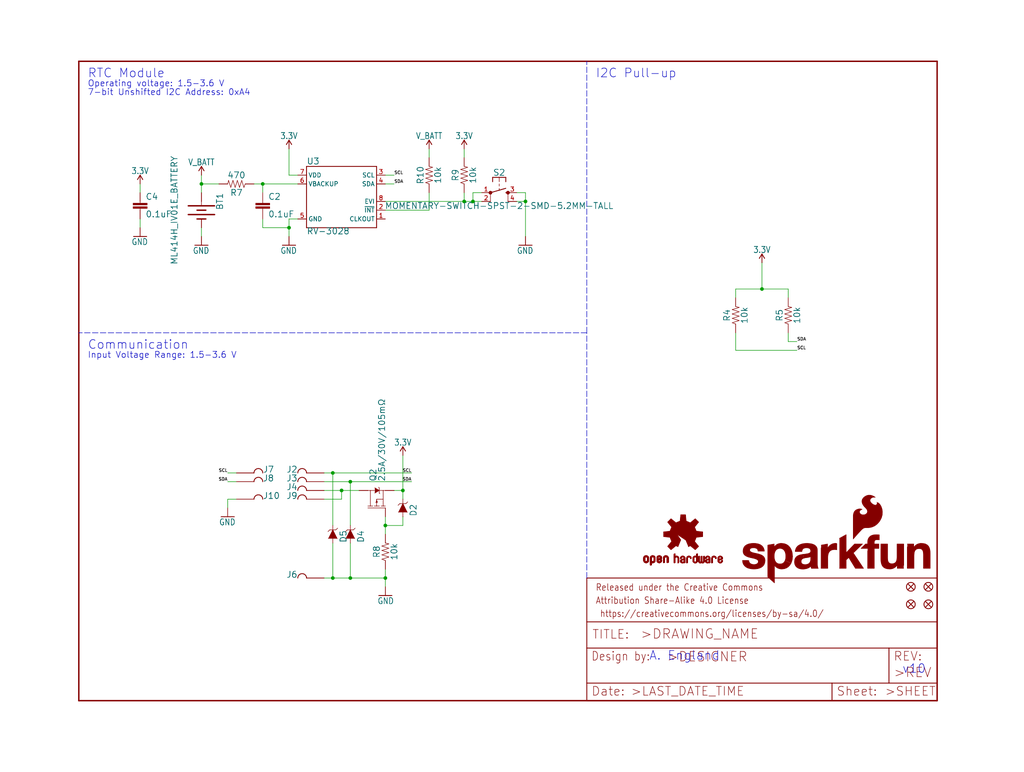
<source format=kicad_sch>
(kicad_sch (version 20211123) (generator eeschema)
  (paper "User" 297.002 223.926)
  (lib_symbols
    (symbol "eagleSchem-eagle-import:0.1UF-0603-25V-(+80{slash}-20%)"
      (property "Reference" "C" (at 1.524 2.921 0))
      (property "Value" "0.1UF-0603-25V-(+80{slash}-20%)" (at 1.524 -2.159 0))
      (symbol "0.1UF-0603-25V-(+80{slash}-20%)_1_0"
        (pin passive line (at 0 5.08 270) (length 2.54) (name "1") (number "1"))
        (pin passive line (at 0 -2.54 90) (length 2.54) (name "2") (number "2"))
      )
    )
    (symbol "eagleSchem-eagle-import:10KOHM-0603-1{slash}10W-1%"
      (property "Reference" "R" (at 0 1.524 0))
      (property "Value" "10KOHM-0603-1{slash}10W-1%" (at 0 -1.524 0))
      (symbol "10KOHM-0603-1{slash}10W-1%_1_0"
        (pin passive line (at -5.08 0 0) (length 2.54) (name "1") (number "1"))
        (pin passive line (at 5.08 0 180) (length 2.54) (name "2") (number "2"))
      )
    )
    (symbol "eagleSchem-eagle-import:3.3V" (power)
      (property "Value" "3.3V" (at 0 2.794 0))
      (symbol "3.3V_1_0"
        (pin power_in line (at 0 0 90) (length 2.54) (name "3.3V") (number "1"))
      )
    )
    (symbol "eagleSchem-eagle-import:470OHM-0603-1{slash}10W-1%"
      (property "Reference" "R" (at 0 1.524 0))
      (property "Value" "470OHM-0603-1{slash}10W-1%" (at 0 -1.524 0))
      (symbol "470OHM-0603-1{slash}10W-1%_1_0"
        (pin passive line (at -5.08 0 0) (length 2.54) (name "1") (number "1"))
        (pin passive line (at 5.08 0 180) (length 2.54) (name "2") (number "2"))
      )
    )
    (symbol "eagleSchem-eagle-import:DIODE-ZENER-BZT52C3V6S"
      (property "Reference" "D" (at -2.54 2.032 0))
      (property "Value" "DIODE-ZENER-BZT52C3V6S" (at -2.54 -2.032 0))
      (symbol "DIODE-ZENER-BZT52C3V6S_1_0"
        (pin passive line (at -2.54 0 0) (length 0) (name "A") (number "A"))
        (pin passive line (at 2.54 0 180) (length 0) (name "C") (number "C"))
      )
    )
    (symbol "eagleSchem-eagle-import:FIDUCIALUFIDUCIAL")
    (symbol "eagleSchem-eagle-import:FRAME-LETTER"
      (symbol "FRAME-LETTER_2_0"
        (text " https://creativecommons.org/licenses/by-sa/4.0/" (at 2.54 24.13 0) (effects (font (size 1.9304 1.6408)) (justify left bottom)))
        (text ">DESIGNER" (at 23.114 11.176 0) (effects (font (size 2.7432 2.7432)) (justify left bottom)))
        (text ">DRAWING_NAME" (at 15.494 17.78 0) (effects (font (size 2.7432 2.7432)) (justify left bottom)))
        (text ">LAST_DATE_TIME" (at 12.7 1.27 0) (effects (font (size 2.54 2.54)) (justify left bottom)))
        (text ">REV" (at 88.9 6.604 0) (effects (font (size 2.7432 2.7432)) (justify left bottom)))
        (text ">SHEET" (at 86.36 1.27 0) (effects (font (size 2.54 2.54)) (justify left bottom)))
        (text "Attribution Share-Alike 4.0 License" (at 2.54 27.94 0) (effects (font (size 1.9304 1.6408)) (justify left bottom)))
        (text "Date:" (at 1.27 1.27 0) (effects (font (size 2.54 2.54)) (justify left bottom)))
        (text "Design by:" (at 1.27 11.43 0) (effects (font (size 2.54 2.159)) (justify left bottom)))
        (text "Released under the Creative Commons" (at 2.54 31.75 0) (effects (font (size 1.9304 1.6408)) (justify left bottom)))
        (text "REV:" (at 88.9 11.43 0) (effects (font (size 2.54 2.54)) (justify left bottom)))
        (text "Sheet:" (at 72.39 1.27 0) (effects (font (size 2.54 2.54)) (justify left bottom)))
        (text "TITLE:" (at 1.524 17.78 0) (effects (font (size 2.54 2.54)) (justify left bottom)))
      )
    )
    (symbol "eagleSchem-eagle-import:GATORGATOR_MINI"
      (property "Reference" "J" (at 0 2.54 0))
      (property "Value" "GATORGATOR_MINI" (at -2.54 -5.08 0))
      (symbol "GATORGATOR_MINI_1_0"
        (pin bidirectional line (at -2.54 0 0) (length 5.08) (name "P$1") (number "P$2"))
      )
    )
    (symbol "eagleSchem-eagle-import:GND" (power)
      (property "Value" "GND" (at -2.54 -2.54 0))
      (symbol "GND_1_0"
        (pin power_in line (at 0 2.54 270) (length 2.54) (name "GND") (number "1"))
      )
    )
    (symbol "eagleSchem-eagle-import:ML414H_IV01E_BATTERY"
      (property "Reference" "BT" (at 0 4.318 0))
      (property "Value" "ML414H_IV01E_BATTERY" (at 0 -4.318 0))
      (symbol "ML414H_IV01E_BATTERY_1_0"
        (pin power_in line (at -5.08 0 0) (length 2.54) (name "+") (number "+"))
        (pin power_in line (at 5.08 0 180) (length 2.54) (name "-") (number "-"))
      )
    )
    (symbol "eagleSchem-eagle-import:MOMENTARY-SWITCH-SPST-2-SMD-5.2MM-TALL"
      (property "Reference" "S" (at 0 4.826 0))
      (property "Value" "MOMENTARY-SWITCH-SPST-2-SMD-5.2MM-TALL" (at 0 -2.794 0))
      (symbol "MOMENTARY-SWITCH-SPST-2-SMD-5.2MM-TALL_1_0"
        (pin passive line (at -5.08 0 0) (length 2.54) (name "1") (number "1"))
        (pin passive line (at -5.08 -2.54 0) (length 2.54) (name "2") (number "2"))
        (pin passive line (at 5.08 0 180) (length 2.54) (name "3") (number "3"))
        (pin passive line (at 5.08 -2.54 180) (length 2.54) (name "4") (number "4"))
      )
    )
    (symbol "eagleSchem-eagle-import:MOSFET_PCH-DMG2307L"
      (property "Reference" "Q" (at 5.08 0 0))
      (property "Value" "MOSFET_PCH-DMG2307L" (at 5.08 -2.54 0))
      (symbol "MOSFET_PCH-DMG2307L_1_0"
        (pin bidirectional line (at -5.08 -2.54 0) (length 2.54) (name "G") (number "1"))
        (pin bidirectional line (at 2.54 -5.08 90) (length 2.54) (name "S") (number "2"))
        (pin bidirectional line (at 2.54 5.08 270) (length 2.54) (name "D") (number "3"))
      )
    )
    (symbol "eagleSchem-eagle-import:OSHW-LOGOMINI")
    (symbol "eagleSchem-eagle-import:RV-3028"
      (property "Reference" "U" (at -10.16 10.6426 0))
      (property "Value" "RV-3028" (at -10.16 -9.6266 0))
      (symbol "RV-3028_1_0"
        (pin bidirectional line (at 12.7 -5.08 180) (length 2.54) (name "CLKOUT") (number "1"))
        (pin bidirectional line (at 12.7 -2.54 180) (length 2.54) (name "~{INT}") (number "2"))
        (pin bidirectional line (at 12.7 7.62 180) (length 2.54) (name "SCL") (number "3"))
        (pin bidirectional line (at 12.7 5.08 180) (length 2.54) (name "SDA") (number "4"))
        (pin bidirectional line (at -12.7 -5.08 0) (length 2.54) (name "GND") (number "5"))
        (pin bidirectional line (at -12.7 5.08 0) (length 2.54) (name "VBACKUP") (number "6"))
        (pin bidirectional line (at -12.7 7.62 0) (length 2.54) (name "VDD") (number "7"))
        (pin bidirectional line (at 12.7 0 180) (length 2.54) (name "EVI") (number "8"))
      )
    )
    (symbol "eagleSchem-eagle-import:SFE_LOGO_NAME_FLAME.1_INCH")
    (symbol "eagleSchem-eagle-import:V_BATT" (power)
      (property "Value" "V_BATT" (at 0 2.794 0))
      (symbol "V_BATT_1_0"
        (pin power_in line (at 0 0 90) (length 2.54) (name "V_BATT") (number "1"))
      )
    )
  )
  (junction (at 99.06 142.24))
  (junction (at 134.62 58.42))
  (junction (at 111.76 167.64))
  (junction (at 83.82 66.04))
  (junction (at 101.6 167.64))
  (junction (at 101.6 139.7))
  (junction (at 116.84 142.24))
  (junction (at 58.42 53.34))
  (junction (at 76.2 53.34))
  (junction (at 152.4 58.42))
  (junction (at 137.16 58.42))
  (junction (at 220.98 83.82))
  (junction (at 111.76 152.4))
  (junction (at 96.52 137.16))
  (junction (at 96.52 167.64))
  (wire (pts (xy 213.36 86.36) (xy 213.36 83.82)))
  (wire (pts (xy 83.82 66.04) (xy 76.2 66.04)))
  (wire (pts (xy 111.76 167.64) (xy 111.76 165.1)))
  (wire (pts (xy 101.6 167.64) (xy 111.76 167.64)))
  (wire (pts (xy 114.3 142.24) (xy 116.84 142.24)))
  (wire (pts (xy 213.36 101.6) (xy 213.36 96.52)))
  (wire (pts (xy 149.86 58.42) (xy 152.4 58.42)))
  (wire (pts (xy 116.84 149.86) (xy 116.84 152.4)))
  (wire (pts (xy 96.52 137.16) (xy 119.38 137.16)))
  (wire (pts (xy 76.2 63.5) (xy 76.2 66.04)))
  (wire (pts (xy 111.76 167.64) (xy 111.76 170.18)))
  (wire (pts (xy 96.52 137.16) (xy 96.52 152.4)))
  (wire (pts (xy 111.76 53.34) (xy 114.3 53.34)))
  (wire (pts (xy 83.82 43.18) (xy 83.82 50.8)))
  (wire (pts (xy 99.06 144.78) (xy 99.06 142.24)))
  (wire (pts (xy 116.84 132.08) (xy 116.84 142.24)))
  (wire (pts (xy 228.6 86.36) (xy 228.6 83.82)))
  (wire (pts (xy 96.52 157.48) (xy 96.52 167.64)))
  (wire (pts (xy 68.58 144.78) (xy 66.04 144.78)))
  (wire (pts (xy 220.98 83.82) (xy 228.6 83.82)))
  (wire (pts (xy 101.6 139.7) (xy 101.6 152.4)))
  (wire (pts (xy 111.76 60.96) (xy 124.46 60.96)))
  (wire (pts (xy 152.4 58.42) (xy 152.4 68.58)))
  (wire (pts (xy 99.06 142.24) (xy 104.14 142.24)))
  (wire (pts (xy 58.42 55.88) (xy 58.42 53.34)))
  (wire (pts (xy 124.46 43.18) (xy 124.46 45.72)))
  (wire (pts (xy 40.64 53.34) (xy 40.64 55.88)))
  (wire (pts (xy 228.6 99.06) (xy 231.14 99.06)))
  (wire (pts (xy 101.6 157.48) (xy 101.6 167.64)))
  (wire (pts (xy 83.82 66.04) (xy 83.82 68.58)))
  (wire (pts (xy 93.98 137.16) (xy 96.52 137.16)))
  (polyline (pts (xy 170.18 96.52) (xy 22.86 96.52)))
  (wire (pts (xy 93.98 142.24) (xy 99.06 142.24)))
  (wire (pts (xy 139.7 55.88) (xy 137.16 55.88)))
  (wire (pts (xy 137.16 55.88) (xy 137.16 58.42)))
  (wire (pts (xy 58.42 50.8) (xy 58.42 53.34)))
  (wire (pts (xy 76.2 53.34) (xy 73.66 53.34)))
  (wire (pts (xy 93.98 139.7) (xy 101.6 139.7)))
  (wire (pts (xy 101.6 139.7) (xy 119.38 139.7)))
  (wire (pts (xy 58.42 53.34) (xy 63.5 53.34)))
  (wire (pts (xy 68.58 137.16) (xy 66.04 137.16)))
  (wire (pts (xy 76.2 53.34) (xy 76.2 55.88)))
  (wire (pts (xy 58.42 66.04) (xy 58.42 68.58)))
  (wire (pts (xy 134.62 43.18) (xy 134.62 45.72)))
  (wire (pts (xy 68.58 139.7) (xy 66.04 139.7)))
  (wire (pts (xy 83.82 50.8) (xy 86.36 50.8)))
  (wire (pts (xy 134.62 58.42) (xy 111.76 58.42)))
  (wire (pts (xy 111.76 152.4) (xy 111.76 154.94)))
  (wire (pts (xy 86.36 63.5) (xy 83.82 63.5)))
  (wire (pts (xy 83.82 63.5) (xy 83.82 66.04)))
  (wire (pts (xy 152.4 55.88) (xy 152.4 58.42)))
  (wire (pts (xy 111.76 50.8) (xy 114.3 50.8)))
  (wire (pts (xy 66.04 144.78) (xy 66.04 147.32)))
  (wire (pts (xy 93.98 167.64) (xy 96.52 167.64)))
  (wire (pts (xy 116.84 152.4) (xy 111.76 152.4)))
  (wire (pts (xy 220.98 76.2) (xy 220.98 83.82)))
  (wire (pts (xy 213.36 101.6) (xy 231.14 101.6)))
  (wire (pts (xy 139.7 58.42) (xy 137.16 58.42)))
  (wire (pts (xy 134.62 55.88) (xy 134.62 58.42)))
  (wire (pts (xy 228.6 99.06) (xy 228.6 96.52)))
  (polyline (pts (xy 170.18 167.64) (xy 170.18 96.52)))
  (wire (pts (xy 213.36 83.82) (xy 220.98 83.82)))
  (polyline (pts (xy 170.18 96.52) (xy 170.18 17.78)))
  (wire (pts (xy 124.46 60.96) (xy 124.46 55.88)))
  (wire (pts (xy 93.98 144.78) (xy 99.06 144.78)))
  (wire (pts (xy 137.16 58.42) (xy 134.62 58.42)))
  (wire (pts (xy 86.36 53.34) (xy 76.2 53.34)))
  (wire (pts (xy 96.52 167.64) (xy 101.6 167.64)))
  (wire (pts (xy 40.64 63.5) (xy 40.64 66.04)))
  (wire (pts (xy 116.84 142.24) (xy 116.84 144.78)))
  (wire (pts (xy 111.76 152.4) (xy 111.76 149.86)))
  (wire (pts (xy 149.86 55.88) (xy 152.4 55.88)))
  (text "Input Voltage Range: 1.5-3.6 V" (at 25.4 104.14 180) (effects (font (size 1.778 1.778)) (justify left bottom)))
  (text "7-bit Unshifted I2C Address: 0xA4" (at 25.4 27.94 180) (effects (font (size 1.778 1.778)) (justify left bottom)))
  (text "A. England" (at 188.214 191.77 180) (effects (font (size 2.54 2.54)) (justify left bottom)))
  (text "Communication" (at 25.4 101.6 180) (effects (font (size 2.54 2.54)) (justify left bottom)))
  (text "Operating voltage: 1.5-3.6 V" (at 25.4 25.4 180) (effects (font (size 1.778 1.778)) (justify left bottom)))
  (text "I2C Pull-up" (at 172.72 22.86 180) (effects (font (size 2.54 2.54)) (justify left bottom)))
  (text "v10" (at 261.62 195.58 180) (effects (font (size 2.54 2.54)) (justify left bottom)))
  (text "RTC Module" (at 25.4 22.86 180) (effects (font (size 2.54 2.54)) (justify left bottom)))
  (label "SCL" (at 119.38 137.16 180) (effects (font (size 0.889 0.889))))
  (label "SCL" (at 66.04 137.16 180) (effects (font (size 0.889 0.889))))
  (label "SCL" (at 114.3 50.8 0) (effects (font (size 0.889 0.889))))
  (label "SDA" (at 231.14 99.06 0) (effects (font (size 0.889 0.889))))
  (label "SDA" (at 114.3 53.34 0) (effects (font (size 0.889 0.889))))
  (label "SDA" (at 119.38 139.7 180) (effects (font (size 0.889 0.889))))
  (label "SCL" (at 231.14 101.6 0) (effects (font (size 0.889 0.889))))
  (label "SDA" (at 66.04 139.7 180) (effects (font (size 0.889 0.889))))
  (symbol (lib_id "eagleSchem-eagle-import:GND") (at 58.42 71.12 0) (unit 1)
    (property "Reference" "#GND16" (effects hide))
    (property "Value" "GND" (at 55.88 73.66 0) (effects (font (size 1.778 1.5113)) (justify left bottom)))
    (property "Footprint" "eagleSchem:" (effects hide))
  )
  (symbol (lib_id "eagleSchem-eagle-import:DIODE-ZENER-BZT52C3V6S") (at 101.6 154.94 270) (mirror x) (unit 1)
    (property "Reference" "D4" (at 103.632 157.48 0) (effects (font (size 1.778 1.778)) (justify left bottom)))
    (property "Value" "3.6V" (effects hide))
    (property "Footprint" "eagleSchem:SOD-323" (effects hide))
  )
  (symbol (lib_id "eagleSchem-eagle-import:V_BATT") (at 124.46 43.18 0) (unit 1)
    (property "Reference" "#SUPPLY5" (effects hide))
    (property "Value" "V_BATT" (at 124.46 40.386 0) (effects (font (size 1.778 1.5113)) (justify bottom)))
    (property "Footprint" "eagleSchem:" (effects hide))
  )
  (symbol (lib_id "eagleSchem-eagle-import:GATORGATOR_MINI") (at 91.44 167.64 0) (mirror y) (unit 1)
    (property "Reference" "J6" (at 86.36 167.64 0) (effects (font (size 1.778 1.778)) (justify left bottom)))
    (property "Value" "GATORGATOR_MINI" (effects hide))
    (property "Footprint" "eagleSchem:GATOR_MINI" (effects hide))
  )
  (symbol (lib_id "eagleSchem-eagle-import:GATORGATOR_MINI") (at 71.12 137.16 0) (unit 1)
    (property "Reference" "J7" (at 76.2 137.16 0) (effects (font (size 1.778 1.778)) (justify left bottom)))
    (property "Value" "GATORGATOR_MINI" (effects hide))
    (property "Footprint" "eagleSchem:GATOR_MINI" (effects hide))
  )
  (symbol (lib_id "eagleSchem-eagle-import:SFE_LOGO_NAME_FLAME.1_INCH") (at 214.63 169.418 0) (unit 1)
    (property "Reference" "LOGO4" (effects hide))
    (property "Value" "SFE_LOGO_NAME_FLAME.1_INCH" (effects hide))
    (property "Footprint" "eagleSchem:SFE_LOGO_NAME_FLAME_.1" (effects hide))
  )
  (symbol (lib_id "eagleSchem-eagle-import:10KOHM-0603-1{slash}10W-1%") (at 111.76 160.02 90) (unit 1)
    (property "Reference" "R8" (at 110.236 160.02 0) (effects (font (size 1.778 1.778)) (justify bottom)))
    (property "Value" "10k" (at 113.284 160.02 0) (effects (font (size 1.778 1.778)) (justify top)))
    (property "Footprint" "eagleSchem:0603" (effects hide))
  )
  (symbol (lib_id "eagleSchem-eagle-import:3.3V") (at 83.82 43.18 0) (unit 1)
    (property "Reference" "#SUPPLY8" (effects hide))
    (property "Value" "3.3V" (at 83.82 40.386 0) (effects (font (size 1.778 1.5113)) (justify bottom)))
    (property "Footprint" "eagleSchem:" (effects hide))
  )
  (symbol (lib_id "eagleSchem-eagle-import:GATORGATOR_MINI") (at 91.44 144.78 0) (mirror y) (unit 1)
    (property "Reference" "J9" (at 86.36 144.78 0) (effects (font (size 1.778 1.778)) (justify left bottom)))
    (property "Value" "GATORGATOR_MINI" (effects hide))
    (property "Footprint" "eagleSchem:GATOR_MINI" (effects hide))
  )
  (symbol (lib_id "eagleSchem-eagle-import:3.3V") (at 40.64 53.34 0) (unit 1)
    (property "Reference" "#SUPPLY7" (effects hide))
    (property "Value" "3.3V" (at 40.64 50.546 0) (effects (font (size 1.778 1.5113)) (justify bottom)))
    (property "Footprint" "eagleSchem:" (effects hide))
  )
  (symbol (lib_id "eagleSchem-eagle-import:DIODE-ZENER-BZT52C3V6S") (at 116.84 147.32 270) (mirror x) (unit 1)
    (property "Reference" "D2" (at 118.872 149.86 0) (effects (font (size 1.778 1.778)) (justify left bottom)))
    (property "Value" "3.6V" (effects hide))
    (property "Footprint" "eagleSchem:SOD-323" (effects hide))
  )
  (symbol (lib_id "eagleSchem-eagle-import:3.3V") (at 134.62 43.18 0) (unit 1)
    (property "Reference" "#SUPPLY6" (effects hide))
    (property "Value" "3.3V" (at 134.62 40.386 0) (effects (font (size 1.778 1.5113)) (justify bottom)))
    (property "Footprint" "eagleSchem:" (effects hide))
  )
  (symbol (lib_id "eagleSchem-eagle-import:10KOHM-0603-1{slash}10W-1%") (at 228.6 91.44 90) (unit 1)
    (property "Reference" "R5" (at 227.076 91.44 0) (effects (font (size 1.778 1.778)) (justify bottom)))
    (property "Value" "10k" (at 230.124 91.44 0) (effects (font (size 1.778 1.778)) (justify top)))
    (property "Footprint" "eagleSchem:0603" (effects hide))
  )
  (symbol (lib_id "eagleSchem-eagle-import:MOSFET_PCH-DMG2307L") (at 109.22 144.78 90) (unit 1)
    (property "Reference" "Q2" (at 109.22 139.7 0) (effects (font (size 1.778 1.778)) (justify left bottom)))
    (property "Value" "2.5A/30V/105mΩ" (at 111.76 139.7 0) (effects (font (size 1.778 1.778)) (justify left bottom)))
    (property "Footprint" "eagleSchem:SOT23-3" (effects hide))
  )
  (symbol (lib_id "eagleSchem-eagle-import:FIDUCIALUFIDUCIAL") (at 264.16 175.26 0) (unit 1)
    (property "Reference" "FID4" (effects hide))
    (property "Value" "FIDUCIALUFIDUCIAL" (effects hide))
    (property "Footprint" "eagleSchem:FIDUCIAL-MICRO" (effects hide))
  )
  (symbol (lib_id "eagleSchem-eagle-import:0.1UF-0603-25V-(+80{slash}-20%)") (at 40.64 60.96 0) (unit 1)
    (property "Reference" "C4" (at 42.164 58.039 0) (effects (font (size 1.778 1.778)) (justify left bottom)))
    (property "Value" "0.1uF" (at 42.164 63.119 0) (effects (font (size 1.778 1.778)) (justify left bottom)))
    (property "Footprint" "eagleSchem:0603" (effects hide))
  )
  (symbol (lib_id "eagleSchem-eagle-import:GND") (at 152.4 71.12 0) (unit 1)
    (property "Reference" "#GND10" (effects hide))
    (property "Value" "GND" (at 149.86 73.66 0) (effects (font (size 1.778 1.5113)) (justify left bottom)))
    (property "Footprint" "eagleSchem:" (effects hide))
  )
  (symbol (lib_id "eagleSchem-eagle-import:10KOHM-0603-1{slash}10W-1%") (at 213.36 91.44 90) (unit 1)
    (property "Reference" "R4" (at 211.836 91.44 0) (effects (font (size 1.778 1.778)) (justify bottom)))
    (property "Value" "10k" (at 214.884 91.44 0) (effects (font (size 1.778 1.778)) (justify top)))
    (property "Footprint" "eagleSchem:0603" (effects hide))
  )
  (symbol (lib_id "eagleSchem-eagle-import:DIODE-ZENER-BZT52C3V6S") (at 96.52 154.94 270) (mirror x) (unit 1)
    (property "Reference" "D5" (at 98.552 157.48 0) (effects (font (size 1.778 1.778)) (justify left bottom)))
    (property "Value" "3.6V" (effects hide))
    (property "Footprint" "eagleSchem:SOD-323" (effects hide))
  )
  (symbol (lib_id "eagleSchem-eagle-import:GATORGATOR_MINI") (at 91.44 142.24 0) (mirror y) (unit 1)
    (property "Reference" "J4" (at 86.36 142.24 0) (effects (font (size 1.778 1.778)) (justify left bottom)))
    (property "Value" "GATORGATOR_MINI" (effects hide))
    (property "Footprint" "eagleSchem:GATOR_MINI" (effects hide))
  )
  (symbol (lib_id "eagleSchem-eagle-import:FRAME-LETTER") (at 22.86 203.2 0) (unit 1)
    (property "Reference" "FRAME1" (effects hide))
    (property "Value" "FRAME-LETTER" (effects hide))
    (property "Footprint" "eagleSchem:CREATIVE_COMMONS" (effects hide))
  )
  (symbol (lib_id "eagleSchem-eagle-import:GATORGATOR_MINI") (at 91.44 139.7 0) (mirror y) (unit 1)
    (property "Reference" "J3" (at 86.36 139.7 0) (effects (font (size 1.778 1.778)) (justify left bottom)))
    (property "Value" "GATORGATOR_MINI" (effects hide))
    (property "Footprint" "eagleSchem:GATOR_MINI" (effects hide))
  )
  (symbol (lib_id "eagleSchem-eagle-import:MOMENTARY-SWITCH-SPST-2-SMD-5.2MM-TALL") (at 144.78 55.88 0) (unit 1)
    (property "Reference" "S2" (at 144.78 51.054 0) (effects (font (size 1.778 1.778)) (justify bottom)))
    (property "Value" "MOMENTARY-SWITCH-SPST-2-SMD-5.2MM-TALL" (at 144.78 58.674 0) (effects (font (size 1.778 1.778)) (justify top)))
    (property "Footprint" "eagleSchem:TACTILE_SWITCH_SMD_5.2MM" (effects hide))
  )
  (symbol (lib_id "eagleSchem-eagle-import:GND") (at 66.04 149.86 0) (unit 1)
    (property "Reference" "#GND11" (effects hide))
    (property "Value" "GND" (at 63.5 152.4 0) (effects (font (size 1.778 1.5113)) (justify left bottom)))
    (property "Footprint" "eagleSchem:" (effects hide))
  )
  (symbol (lib_id "eagleSchem-eagle-import:V_BATT") (at 58.42 50.8 0) (unit 1)
    (property "Reference" "#SUPPLY4" (effects hide))
    (property "Value" "V_BATT" (at 58.42 48.006 0) (effects (font (size 1.778 1.5113)) (justify bottom)))
    (property "Footprint" "eagleSchem:" (effects hide))
  )
  (symbol (lib_id "eagleSchem-eagle-import:ML414H_IV01E_BATTERY") (at 58.42 60.96 270) (unit 1)
    (property "Reference" "BT1" (at 62.738 58.42 0) (effects (font (size 1.778 1.778)) (justify bottom)))
    (property "Value" "ML414H_IV01E_BATTERY" (at 51.562 60.96 0) (effects (font (size 1.778 1.778)) (justify top)))
    (property "Footprint" "eagleSchem:ML414H_IV01E" (effects hide))
  )
  (symbol (lib_id "eagleSchem-eagle-import:GATORGATOR_MINI") (at 71.12 139.7 0) (unit 1)
    (property "Reference" "J8" (at 76.2 139.7 0) (effects (font (size 1.778 1.778)) (justify left bottom)))
    (property "Value" "GATORGATOR_MINI" (effects hide))
    (property "Footprint" "eagleSchem:GATOR_MINI" (effects hide))
  )
  (symbol (lib_id "eagleSchem-eagle-import:FIDUCIALUFIDUCIAL") (at 264.16 170.18 0) (unit 1)
    (property "Reference" "FID1" (effects hide))
    (property "Value" "FIDUCIALUFIDUCIAL" (effects hide))
    (property "Footprint" "eagleSchem:FIDUCIAL-MICRO" (effects hide))
  )
  (symbol (lib_id "eagleSchem-eagle-import:10KOHM-0603-1{slash}10W-1%") (at 134.62 50.8 90) (unit 1)
    (property "Reference" "R9" (at 133.096 50.8 0) (effects (font (size 1.778 1.778)) (justify bottom)))
    (property "Value" "10k" (at 136.144 50.8 0) (effects (font (size 1.778 1.778)) (justify top)))
    (property "Footprint" "eagleSchem:0603" (effects hide))
  )
  (symbol (lib_id "eagleSchem-eagle-import:3.3V") (at 116.84 132.08 0) (mirror y) (unit 1)
    (property "Reference" "#SUPPLY3" (effects hide))
    (property "Value" "3.3V" (at 116.84 129.286 0) (effects (font (size 1.778 1.5113)) (justify bottom)))
    (property "Footprint" "eagleSchem:" (effects hide))
  )
  (symbol (lib_id "eagleSchem-eagle-import:GND") (at 111.76 172.72 0) (mirror y) (unit 1)
    (property "Reference" "#GND6" (effects hide))
    (property "Value" "GND" (at 114.3 175.26 0) (effects (font (size 1.778 1.5113)) (justify left bottom)))
    (property "Footprint" "eagleSchem:" (effects hide))
  )
  (symbol (lib_id "eagleSchem-eagle-import:GATORGATOR_MINI") (at 71.12 144.78 0) (unit 1)
    (property "Reference" "J10" (at 76.2 144.78 0) (effects (font (size 1.778 1.778)) (justify left bottom)))
    (property "Value" "GATORGATOR_MINI" (effects hide))
    (property "Footprint" "eagleSchem:GATOR_MINI" (effects hide))
  )
  (symbol (lib_id "eagleSchem-eagle-import:10KOHM-0603-1{slash}10W-1%") (at 124.46 50.8 90) (unit 1)
    (property "Reference" "R10" (at 122.936 50.8 0) (effects (font (size 1.778 1.778)) (justify bottom)))
    (property "Value" "10k" (at 125.984 50.8 0) (effects (font (size 1.778 1.778)) (justify top)))
    (property "Footprint" "eagleSchem:0603" (effects hide))
  )
  (symbol (lib_id "eagleSchem-eagle-import:FIDUCIALUFIDUCIAL") (at 269.24 170.18 0) (unit 1)
    (property "Reference" "FID2" (effects hide))
    (property "Value" "FIDUCIALUFIDUCIAL" (effects hide))
    (property "Footprint" "eagleSchem:FIDUCIAL-MICRO" (effects hide))
  )
  (symbol (lib_id "eagleSchem-eagle-import:GATORGATOR_MINI") (at 91.44 137.16 0) (mirror y) (unit 1)
    (property "Reference" "J2" (at 86.36 137.16 0) (effects (font (size 1.778 1.778)) (justify left bottom)))
    (property "Value" "GATORGATOR_MINI" (effects hide))
    (property "Footprint" "eagleSchem:GATOR_MINI" (effects hide))
  )
  (symbol (lib_id "eagleSchem-eagle-import:FRAME-LETTER") (at 170.18 203.2 0) (unit 2)
    (property "Reference" "FRAME1" (effects hide))
    (property "Value" "FRAME-LETTER" (effects hide))
    (property "Footprint" "eagleSchem:CREATIVE_COMMONS" (effects hide))
  )
  (symbol (lib_id "eagleSchem-eagle-import:470OHM-0603-1{slash}10W-1%") (at 68.58 53.34 180) (unit 1)
    (property "Reference" "R7" (at 68.58 54.864 0) (effects (font (size 1.778 1.778)) (justify bottom)))
    (property "Value" "470" (at 68.58 51.816 0) (effects (font (size 1.778 1.778)) (justify top)))
    (property "Footprint" "eagleSchem:0603" (effects hide))
  )
  (symbol (lib_id "eagleSchem-eagle-import:GND") (at 40.64 68.58 0) (unit 1)
    (property "Reference" "#GND14" (effects hide))
    (property "Value" "GND" (at 38.1 71.12 0) (effects (font (size 1.778 1.5113)) (justify left bottom)))
    (property "Footprint" "eagleSchem:" (effects hide))
  )
  (symbol (lib_id "eagleSchem-eagle-import:RV-3028") (at 99.06 58.42 0) (unit 1)
    (property "Reference" "U3" (at 88.9 47.7774 0) (effects (font (size 1.778 1.778)) (justify left bottom)))
    (property "Value" "RV-3028" (at 88.9 68.0466 0) (effects (font (size 1.778 1.778)) (justify left bottom)))
    (property "Footprint" "eagleSchem:RV-3028" (effects hide))
  )
  (symbol (lib_id "eagleSchem-eagle-import:GND") (at 83.82 71.12 0) (unit 1)
    (property "Reference" "#GND15" (effects hide))
    (property "Value" "GND" (at 81.28 73.66 0) (effects (font (size 1.778 1.5113)) (justify left bottom)))
    (property "Footprint" "eagleSchem:" (effects hide))
  )
  (symbol (lib_id "eagleSchem-eagle-import:FIDUCIALUFIDUCIAL") (at 269.24 175.26 0) (unit 1)
    (property "Reference" "FID3" (effects hide))
    (property "Value" "FIDUCIALUFIDUCIAL" (effects hide))
    (property "Footprint" "eagleSchem:FIDUCIAL-MICRO" (effects hide))
  )
  (symbol (lib_id "eagleSchem-eagle-import:OSHW-LOGOMINI") (at 198.12 154.94 0) (unit 1)
    (property "Reference" "LOGO2" (effects hide))
    (property "Value" "OSHW-LOGOMINI" (effects hide))
    (property "Footprint" "eagleSchem:OSHW-LOGO-MINI" (effects hide))
  )
  (symbol (lib_id "eagleSchem-eagle-import:0.1UF-0603-25V-(+80{slash}-20%)") (at 76.2 60.96 0) (unit 1)
    (property "Reference" "C2" (at 77.724 58.039 0) (effects (font (size 1.778 1.778)) (justify left bottom)))
    (property "Value" "0.1uF" (at 77.724 63.119 0) (effects (font (size 1.778 1.778)) (justify left bottom)))
    (property "Footprint" "eagleSchem:0603" (effects hide))
  )
  (symbol (lib_id "eagleSchem-eagle-import:3.3V") (at 220.98 76.2 0) (unit 1)
    (property "Reference" "#SUPPLY1" (effects hide))
    (property "Value" "3.3V" (at 220.98 73.406 0) (effects (font (size 1.778 1.5113)) (justify bottom)))
    (property "Footprint" "eagleSchem:" (effects hide))
  )
)
</source>
